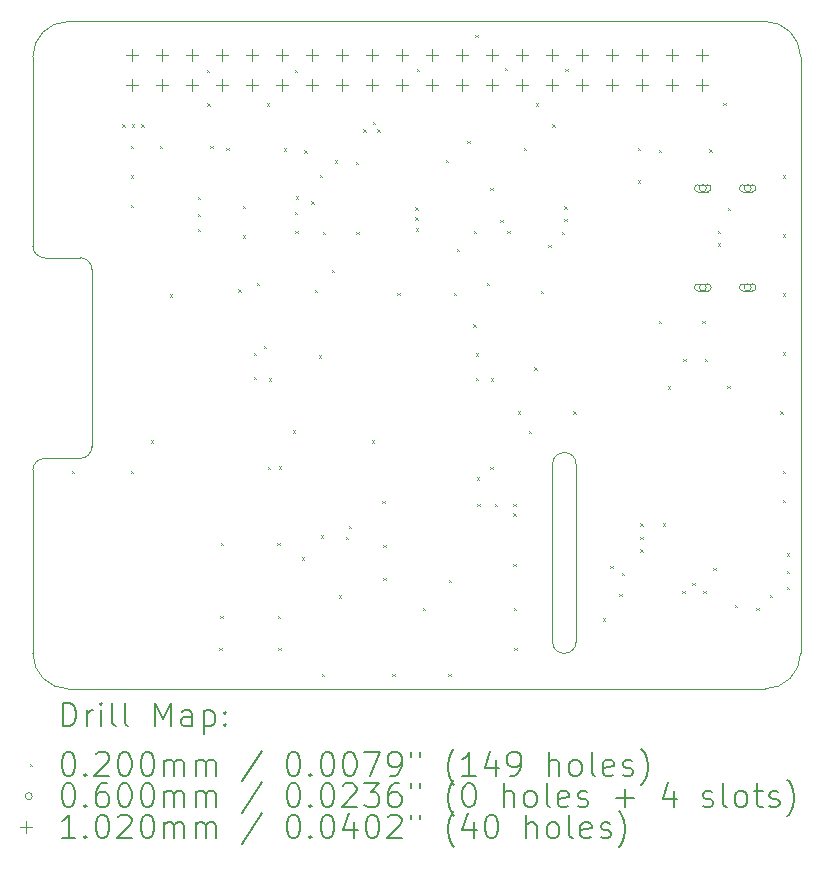
<source format=gbr>
%TF.GenerationSoftware,KiCad,Pcbnew,8.0.9-8.0.9-0~ubuntu24.04.1*%
%TF.CreationDate,2025-06-14T07:54:33+02:00*%
%TF.ProjectId,rpi_power_warden_hat,7270695f-706f-4776-9572-5f7761726465,rev?*%
%TF.SameCoordinates,Original*%
%TF.FileFunction,Drillmap*%
%TF.FilePolarity,Positive*%
%FSLAX45Y45*%
G04 Gerber Fmt 4.5, Leading zero omitted, Abs format (unit mm)*
G04 Created by KiCad (PCBNEW 8.0.9-8.0.9-0~ubuntu24.04.1) date 2025-06-14 07:54:33*
%MOMM*%
%LPD*%
G01*
G04 APERTURE LIST*
%ADD10C,0.100000*%
%ADD11C,0.200000*%
%ADD12C,0.102000*%
G04 APERTURE END LIST*
D10*
X12689560Y-7281700D02*
X12689560Y-8881700D01*
X12689560Y-10781700D02*
X12689560Y-12331700D01*
X12789560Y-8981700D02*
X13089560Y-8981700D01*
X12789560Y-10681700D02*
X13089560Y-10681700D01*
X12989560Y-6981700D02*
X18889560Y-6981700D01*
X12989560Y-12631700D02*
X18889560Y-12631700D01*
X13189560Y-9081700D02*
X13189560Y-10581700D01*
X17089560Y-12231700D02*
X17089560Y-10731700D01*
X17289560Y-12231700D02*
X17289560Y-10731700D01*
X19189560Y-7281700D02*
X19189560Y-12331700D01*
X12689560Y-7281700D02*
G75*
G02*
X12989560Y-6981700I300000J0D01*
G01*
X12689560Y-10781700D02*
G75*
G02*
X12789560Y-10681700I100000J0D01*
G01*
X12789560Y-8981700D02*
G75*
G02*
X12689560Y-8881700I0J100000D01*
G01*
X12989560Y-12631700D02*
G75*
G02*
X12689560Y-12331700I0J300000D01*
G01*
X13089560Y-8981700D02*
G75*
G02*
X13189560Y-9081700I0J-100000D01*
G01*
X13189560Y-10581700D02*
G75*
G02*
X13089560Y-10681700I-100000J0D01*
G01*
X17089560Y-10731700D02*
G75*
G02*
X17289560Y-10731700I100000J0D01*
G01*
X17289560Y-12231700D02*
G75*
G02*
X17089560Y-12231700I-100000J0D01*
G01*
X18889560Y-6981700D02*
G75*
G02*
X19189560Y-7281700I0J-300000D01*
G01*
X19189560Y-12331700D02*
G75*
G02*
X18889560Y-12631700I-300000J0D01*
G01*
D11*
D10*
X13017428Y-10783832D02*
X13037428Y-10803832D01*
X13037428Y-10783832D02*
X13017428Y-10803832D01*
X13447428Y-7853832D02*
X13467428Y-7873832D01*
X13467428Y-7853832D02*
X13447428Y-7873832D01*
X13517428Y-8033832D02*
X13537428Y-8053832D01*
X13537428Y-8033832D02*
X13517428Y-8053832D01*
X13517428Y-8283832D02*
X13537428Y-8303832D01*
X13537428Y-8283832D02*
X13517428Y-8303832D01*
X13517428Y-8533832D02*
X13537428Y-8553832D01*
X13537428Y-8533832D02*
X13517428Y-8553832D01*
X13517428Y-10783832D02*
X13537428Y-10803832D01*
X13537428Y-10783832D02*
X13517428Y-10803832D01*
X13527428Y-7853832D02*
X13547428Y-7873832D01*
X13547428Y-7853832D02*
X13527428Y-7873832D01*
X13607428Y-7853832D02*
X13627428Y-7873832D01*
X13627428Y-7853832D02*
X13607428Y-7873832D01*
X13688108Y-10527272D02*
X13708108Y-10547272D01*
X13708108Y-10527272D02*
X13688108Y-10547272D01*
X13767428Y-8033832D02*
X13787428Y-8053832D01*
X13787428Y-8033832D02*
X13767428Y-8053832D01*
X13852008Y-9292792D02*
X13872008Y-9312792D01*
X13872008Y-9292792D02*
X13852008Y-9312792D01*
X14088228Y-8467292D02*
X14108228Y-8487292D01*
X14108228Y-8467292D02*
X14088228Y-8487292D01*
X14088228Y-8609532D02*
X14108228Y-8629532D01*
X14108228Y-8609532D02*
X14088228Y-8629532D01*
X14088228Y-8739072D02*
X14108228Y-8759072D01*
X14108228Y-8739072D02*
X14088228Y-8759072D01*
X14164428Y-7390332D02*
X14184428Y-7410332D01*
X14184428Y-7390332D02*
X14164428Y-7410332D01*
X14167428Y-7673832D02*
X14187428Y-7693832D01*
X14187428Y-7673832D02*
X14167428Y-7693832D01*
X14192258Y-8034809D02*
X14212258Y-8054809D01*
X14212258Y-8034809D02*
X14192258Y-8054809D01*
X14267428Y-12283832D02*
X14287428Y-12303832D01*
X14287428Y-12283832D02*
X14267428Y-12303832D01*
X14276188Y-12013132D02*
X14296188Y-12033132D01*
X14296188Y-12013132D02*
X14276188Y-12033132D01*
X14281268Y-11393372D02*
X14301268Y-11413372D01*
X14301268Y-11393372D02*
X14281268Y-11413372D01*
X14327428Y-8053832D02*
X14347428Y-8073832D01*
X14347428Y-8053832D02*
X14327428Y-8073832D01*
X14429928Y-9248832D02*
X14449928Y-9268832D01*
X14449928Y-9248832D02*
X14429928Y-9268832D01*
X14467428Y-8543832D02*
X14487428Y-8563832D01*
X14487428Y-8543832D02*
X14467428Y-8563832D01*
X14467428Y-8793832D02*
X14487428Y-8813832D01*
X14487428Y-8793832D02*
X14467428Y-8813832D01*
X14560668Y-9788092D02*
X14580668Y-9808092D01*
X14580668Y-9788092D02*
X14560668Y-9808092D01*
X14563208Y-9991292D02*
X14583208Y-10011292D01*
X14583208Y-9991292D02*
X14563208Y-10011292D01*
X14588414Y-9196316D02*
X14608414Y-9216316D01*
X14608414Y-9196316D02*
X14588414Y-9216316D01*
X14647028Y-9727132D02*
X14667028Y-9747132D01*
X14667028Y-9727132D02*
X14647028Y-9747132D01*
X14673628Y-7673832D02*
X14693628Y-7693832D01*
X14693628Y-7673832D02*
X14673628Y-7693832D01*
X14677508Y-10750752D02*
X14697508Y-10770752D01*
X14697508Y-10750752D02*
X14677508Y-10770752D01*
X14687428Y-10003832D02*
X14707428Y-10023832D01*
X14707428Y-10003832D02*
X14687428Y-10023832D01*
X14761328Y-11393372D02*
X14781328Y-11413372D01*
X14781328Y-11393372D02*
X14761328Y-11413372D01*
X14763868Y-12015672D02*
X14783868Y-12035672D01*
X14783868Y-12015672D02*
X14763868Y-12035672D01*
X14767428Y-12283832D02*
X14787428Y-12303832D01*
X14787428Y-12283832D02*
X14767428Y-12303832D01*
X14774028Y-10748212D02*
X14794028Y-10768212D01*
X14794028Y-10748212D02*
X14774028Y-10768212D01*
X14817208Y-8055812D02*
X14837208Y-8075812D01*
X14837208Y-8055812D02*
X14817208Y-8075812D01*
X14890868Y-10443412D02*
X14910868Y-10463412D01*
X14910868Y-10443412D02*
X14890868Y-10463412D01*
X14907428Y-8593832D02*
X14927428Y-8613832D01*
X14927428Y-8593832D02*
X14907428Y-8613832D01*
X14908648Y-7390332D02*
X14928648Y-7410332D01*
X14928648Y-7390332D02*
X14908648Y-7410332D01*
X14911582Y-8756432D02*
X14931582Y-8776432D01*
X14931582Y-8756432D02*
X14911582Y-8776432D01*
X14918205Y-8463055D02*
X14938205Y-8483055D01*
X14938205Y-8463055D02*
X14918205Y-8483055D01*
X14967266Y-11517769D02*
X14987266Y-11537769D01*
X14987266Y-11517769D02*
X14967266Y-11537769D01*
X14987428Y-8073832D02*
X15007428Y-8093832D01*
X15007428Y-8073832D02*
X14987428Y-8093832D01*
X15047102Y-8503832D02*
X15067102Y-8523832D01*
X15067102Y-8503832D02*
X15047102Y-8523832D01*
X15078828Y-9254692D02*
X15098828Y-9274692D01*
X15098828Y-9254692D02*
X15078828Y-9274692D01*
X15111848Y-9808412D02*
X15131848Y-9828412D01*
X15131848Y-9808412D02*
X15111848Y-9828412D01*
X15122008Y-8281872D02*
X15142008Y-8301872D01*
X15142008Y-8281872D02*
X15122008Y-8301872D01*
X15127428Y-11333832D02*
X15147428Y-11353832D01*
X15147428Y-11333832D02*
X15127428Y-11353832D01*
X15134708Y-12505892D02*
X15154708Y-12525892D01*
X15154708Y-12505892D02*
X15134708Y-12525892D01*
X15144868Y-8761932D02*
X15164868Y-8781932D01*
X15164868Y-8761932D02*
X15144868Y-8781932D01*
X15223608Y-9081972D02*
X15243608Y-9101972D01*
X15243608Y-9081972D02*
X15223608Y-9101972D01*
X15246468Y-8157412D02*
X15266468Y-8177412D01*
X15266468Y-8157412D02*
X15246468Y-8177412D01*
X15279488Y-11840412D02*
X15299488Y-11860412D01*
X15299488Y-11840412D02*
X15279488Y-11860412D01*
X15337428Y-11343832D02*
X15357428Y-11363832D01*
X15357428Y-11343832D02*
X15337428Y-11363832D01*
X15367428Y-11253832D02*
X15387428Y-11273832D01*
X15387428Y-11253832D02*
X15367428Y-11273832D01*
X15424268Y-8167572D02*
X15444268Y-8187572D01*
X15444268Y-8167572D02*
X15424268Y-8187572D01*
X15427428Y-8763832D02*
X15447428Y-8783832D01*
X15447428Y-8763832D02*
X15427428Y-8783832D01*
X15487428Y-7893832D02*
X15507428Y-7913832D01*
X15507428Y-7893832D02*
X15487428Y-7913832D01*
X15562628Y-10527272D02*
X15582628Y-10547272D01*
X15582628Y-10527272D02*
X15562628Y-10547272D01*
X15567428Y-7833832D02*
X15587428Y-7853832D01*
X15587428Y-7833832D02*
X15567428Y-7853832D01*
X15607428Y-7893832D02*
X15627428Y-7913832D01*
X15627428Y-7893832D02*
X15607428Y-7913832D01*
X15650328Y-11040312D02*
X15670328Y-11060312D01*
X15670328Y-11040312D02*
X15650328Y-11060312D01*
X15657428Y-11413832D02*
X15677428Y-11433832D01*
X15677428Y-11413832D02*
X15657428Y-11433832D01*
X15657428Y-11693832D02*
X15677428Y-11713832D01*
X15677428Y-11693832D02*
X15657428Y-11713832D01*
X15734148Y-12503352D02*
X15754148Y-12523352D01*
X15754148Y-12503352D02*
X15734148Y-12523352D01*
X15774788Y-9280092D02*
X15794788Y-9300092D01*
X15794788Y-9280092D02*
X15774788Y-9300092D01*
X15927428Y-8553832D02*
X15947428Y-8573832D01*
X15947428Y-8553832D02*
X15927428Y-8573832D01*
X15929728Y-8640012D02*
X15949728Y-8660012D01*
X15949728Y-8640012D02*
X15929728Y-8660012D01*
X15933078Y-8733832D02*
X15953078Y-8753832D01*
X15953078Y-8733832D02*
X15933078Y-8753832D01*
X15939888Y-7385252D02*
X15959888Y-7405252D01*
X15959888Y-7385252D02*
X15939888Y-7405252D01*
X15990688Y-11944552D02*
X16010688Y-11964552D01*
X16010688Y-11944552D02*
X15990688Y-11964552D01*
X16185343Y-8151943D02*
X16205343Y-8171943D01*
X16205343Y-8151943D02*
X16185343Y-8171943D01*
X16209128Y-12503352D02*
X16229128Y-12523352D01*
X16229128Y-12503352D02*
X16209128Y-12523352D01*
X16214208Y-11710872D02*
X16234208Y-11730872D01*
X16234208Y-11710872D02*
X16214208Y-11730872D01*
X16255363Y-9280362D02*
X16275363Y-9300362D01*
X16275363Y-9280362D02*
X16255363Y-9300362D01*
X16280248Y-8906712D02*
X16300248Y-8926712D01*
X16300248Y-8906712D02*
X16280248Y-8926712D01*
X16367428Y-7993832D02*
X16387428Y-8013832D01*
X16387428Y-7993832D02*
X16367428Y-8013832D01*
X16419948Y-9545212D02*
X16439948Y-9565212D01*
X16439948Y-9545212D02*
X16419948Y-9565212D01*
X16425238Y-8753212D02*
X16445238Y-8773212D01*
X16445238Y-8753212D02*
X16425238Y-8773212D01*
X16437428Y-7093832D02*
X16457428Y-7113832D01*
X16457428Y-7093832D02*
X16437428Y-7113832D01*
X16440268Y-9790632D02*
X16460268Y-9810632D01*
X16460268Y-9790632D02*
X16440268Y-9810632D01*
X16440268Y-9998912D02*
X16460268Y-10018912D01*
X16460268Y-9998912D02*
X16440268Y-10018912D01*
X16450428Y-10842192D02*
X16470428Y-10862192D01*
X16470428Y-10842192D02*
X16450428Y-10862192D01*
X16452968Y-11065712D02*
X16472968Y-11085712D01*
X16472968Y-11065712D02*
X16452968Y-11085712D01*
X16531708Y-9196812D02*
X16551708Y-9216812D01*
X16551708Y-9196812D02*
X16531708Y-9216812D01*
X16564728Y-8388552D02*
X16584728Y-8408552D01*
X16584728Y-8388552D02*
X16564728Y-8408552D01*
X16564728Y-10753292D02*
X16584728Y-10773292D01*
X16584728Y-10753292D02*
X16564728Y-10773292D01*
X16567428Y-10004237D02*
X16587428Y-10024237D01*
X16587428Y-10004237D02*
X16567428Y-10024237D01*
X16602828Y-11068252D02*
X16622828Y-11088252D01*
X16622828Y-11068252D02*
X16602828Y-11088252D01*
X16648548Y-8660332D02*
X16668548Y-8680332D01*
X16668548Y-8660332D02*
X16648548Y-8680332D01*
X16687428Y-7373832D02*
X16707428Y-7393832D01*
X16707428Y-7373832D02*
X16687428Y-7393832D01*
X16707428Y-8753832D02*
X16727428Y-8773832D01*
X16727428Y-8753832D02*
X16707428Y-8773832D01*
X16757768Y-11068252D02*
X16777768Y-11088252D01*
X16777768Y-11068252D02*
X16757768Y-11088252D01*
X16757768Y-11146992D02*
X16777768Y-11166992D01*
X16777768Y-11146992D02*
X16757768Y-11166992D01*
X16757768Y-11576252D02*
X16777768Y-11596252D01*
X16777768Y-11576252D02*
X16757768Y-11596252D01*
X16764078Y-11948402D02*
X16784078Y-11968402D01*
X16784078Y-11948402D02*
X16764078Y-11968402D01*
X16767428Y-12283832D02*
X16787428Y-12303832D01*
X16787428Y-12283832D02*
X16767428Y-12303832D01*
X16795868Y-10283392D02*
X16815868Y-10303392D01*
X16815868Y-10283392D02*
X16795868Y-10303392D01*
X16847428Y-8053832D02*
X16867428Y-8073832D01*
X16867428Y-8053832D02*
X16847428Y-8073832D01*
X16887308Y-10445952D02*
X16907308Y-10465952D01*
X16907308Y-10445952D02*
X16887308Y-10465952D01*
X16935568Y-9910012D02*
X16955568Y-9930012D01*
X16955568Y-9910012D02*
X16935568Y-9930012D01*
X16947428Y-7673832D02*
X16967428Y-7693832D01*
X16967428Y-7673832D02*
X16947428Y-7693832D01*
X16988908Y-9262312D02*
X17008908Y-9282312D01*
X17008908Y-9262312D02*
X16988908Y-9282312D01*
X17054498Y-8875192D02*
X17074498Y-8895192D01*
X17074498Y-8875192D02*
X17054498Y-8895192D01*
X17087428Y-7853832D02*
X17107428Y-7873832D01*
X17107428Y-7853832D02*
X17087428Y-7873832D01*
X17169129Y-8764314D02*
X17189129Y-8784314D01*
X17189129Y-8764314D02*
X17169129Y-8784314D01*
X17189568Y-8546032D02*
X17209568Y-8566032D01*
X17209568Y-8546032D02*
X17189568Y-8566032D01*
X17189568Y-8652712D02*
X17209568Y-8672712D01*
X17209568Y-8652712D02*
X17189568Y-8672712D01*
X17199728Y-7382712D02*
X17219728Y-7402712D01*
X17219728Y-7382712D02*
X17199728Y-7402712D01*
X17267428Y-10283832D02*
X17287428Y-10303832D01*
X17287428Y-10283832D02*
X17267428Y-10303832D01*
X17517428Y-12033832D02*
X17537428Y-12053832D01*
X17537428Y-12033832D02*
X17517428Y-12053832D01*
X17578188Y-11588952D02*
X17598188Y-11608952D01*
X17598188Y-11588952D02*
X17578188Y-11608952D01*
X17656928Y-11830252D02*
X17676928Y-11850252D01*
X17676928Y-11830252D02*
X17656928Y-11850252D01*
X17674708Y-11647372D02*
X17694708Y-11667372D01*
X17694708Y-11647372D02*
X17674708Y-11667372D01*
X17811868Y-8050732D02*
X17831868Y-8070732D01*
X17831868Y-8050732D02*
X17811868Y-8070732D01*
X17811868Y-8327592D02*
X17831868Y-8347592D01*
X17831868Y-8327592D02*
X17811868Y-8347592D01*
X17832188Y-11230812D02*
X17852188Y-11250812D01*
X17852188Y-11230812D02*
X17832188Y-11250812D01*
X17832188Y-11342572D02*
X17852188Y-11362572D01*
X17852188Y-11342572D02*
X17832188Y-11362572D01*
X17832188Y-11451792D02*
X17852188Y-11471792D01*
X17852188Y-11451792D02*
X17832188Y-11471792D01*
X17992428Y-8068832D02*
X18012428Y-8088832D01*
X18012428Y-8068832D02*
X17992428Y-8088832D01*
X17992428Y-9518832D02*
X18012428Y-9538832D01*
X18012428Y-9518832D02*
X17992428Y-9538832D01*
X18025228Y-11230812D02*
X18045228Y-11250812D01*
X18045228Y-11230812D02*
X18025228Y-11250812D01*
X18065868Y-10070032D02*
X18085868Y-10090032D01*
X18085868Y-10070032D02*
X18065868Y-10090032D01*
X18190328Y-11802312D02*
X18210328Y-11822312D01*
X18210328Y-11802312D02*
X18190328Y-11822312D01*
X18197948Y-9838892D02*
X18217948Y-9858892D01*
X18217948Y-9838892D02*
X18197948Y-9858892D01*
X18274148Y-11733732D02*
X18294148Y-11753732D01*
X18294148Y-11733732D02*
X18274148Y-11753732D01*
X18357428Y-9513832D02*
X18377428Y-9533832D01*
X18377428Y-9513832D02*
X18357428Y-9533832D01*
X18365588Y-11799772D02*
X18385588Y-11819772D01*
X18385588Y-11799772D02*
X18365588Y-11819772D01*
X18378288Y-9838892D02*
X18398288Y-9858892D01*
X18398288Y-9838892D02*
X18378288Y-9858892D01*
X18418928Y-8063432D02*
X18438928Y-8083432D01*
X18438928Y-8063432D02*
X18418928Y-8083432D01*
X18451948Y-11606732D02*
X18471948Y-11626732D01*
X18471948Y-11606732D02*
X18451948Y-11626732D01*
X18490000Y-8753832D02*
X18510000Y-8773832D01*
X18510000Y-8753832D02*
X18490000Y-8773832D01*
X18490000Y-8858832D02*
X18510000Y-8878832D01*
X18510000Y-8858832D02*
X18490000Y-8878832D01*
X18535768Y-7672272D02*
X18555768Y-7692272D01*
X18555768Y-7672272D02*
X18535768Y-7692272D01*
X18571328Y-10067492D02*
X18591328Y-10087492D01*
X18591328Y-10067492D02*
X18571328Y-10087492D01*
X18572428Y-8558832D02*
X18592428Y-8578832D01*
X18592428Y-8558832D02*
X18572428Y-8578832D01*
X18632288Y-11919152D02*
X18652288Y-11939152D01*
X18652288Y-11919152D02*
X18632288Y-11939152D01*
X18815687Y-11947410D02*
X18835687Y-11967410D01*
X18835687Y-11947410D02*
X18815687Y-11967410D01*
X18930318Y-11836532D02*
X18950318Y-11856532D01*
X18950318Y-11836532D02*
X18930318Y-11856532D01*
X19017428Y-10283832D02*
X19037428Y-10303832D01*
X19037428Y-10283832D02*
X19017428Y-10303832D01*
X19037428Y-8283832D02*
X19057428Y-8303832D01*
X19057428Y-8283832D02*
X19037428Y-8303832D01*
X19037428Y-8783832D02*
X19057428Y-8803832D01*
X19057428Y-8783832D02*
X19037428Y-8803832D01*
X19037428Y-9283832D02*
X19057428Y-9303832D01*
X19057428Y-9283832D02*
X19037428Y-9303832D01*
X19037428Y-9783832D02*
X19057428Y-9803832D01*
X19057428Y-9783832D02*
X19037428Y-9803832D01*
X19037428Y-10783832D02*
X19057428Y-10803832D01*
X19057428Y-10783832D02*
X19037428Y-10803832D01*
X19037428Y-11033832D02*
X19057428Y-11053832D01*
X19057428Y-11033832D02*
X19037428Y-11053832D01*
X19071708Y-11484812D02*
X19091708Y-11504812D01*
X19091708Y-11484812D02*
X19071708Y-11504812D01*
X19071708Y-11632132D02*
X19091708Y-11652132D01*
X19091708Y-11632132D02*
X19071708Y-11652132D01*
X19074248Y-11769292D02*
X19094248Y-11789292D01*
X19094248Y-11769292D02*
X19074248Y-11789292D01*
X18392428Y-8393832D02*
G75*
G02*
X18332428Y-8393832I-30000J0D01*
G01*
X18332428Y-8393832D02*
G75*
G02*
X18392428Y-8393832I30000J0D01*
G01*
X18322428Y-8423832D02*
X18402428Y-8423832D01*
X18402428Y-8363832D02*
G75*
G02*
X18402428Y-8423832I0J-30000D01*
G01*
X18402428Y-8363832D02*
X18322428Y-8363832D01*
X18322428Y-8363832D02*
G75*
G03*
X18322428Y-8423832I0J-30000D01*
G01*
X18392428Y-9233832D02*
G75*
G02*
X18332428Y-9233832I-30000J0D01*
G01*
X18332428Y-9233832D02*
G75*
G02*
X18392428Y-9233832I30000J0D01*
G01*
X18322428Y-9263832D02*
X18402428Y-9263832D01*
X18402428Y-9203832D02*
G75*
G02*
X18402428Y-9263832I0J-30000D01*
G01*
X18402428Y-9203832D02*
X18322428Y-9203832D01*
X18322428Y-9203832D02*
G75*
G03*
X18322428Y-9263832I0J-30000D01*
G01*
X18772428Y-8393832D02*
G75*
G02*
X18712428Y-8393832I-30000J0D01*
G01*
X18712428Y-8393832D02*
G75*
G02*
X18772428Y-8393832I30000J0D01*
G01*
X18702428Y-8423832D02*
X18782428Y-8423832D01*
X18782428Y-8363832D02*
G75*
G02*
X18782428Y-8423832I0J-30000D01*
G01*
X18782428Y-8363832D02*
X18702428Y-8363832D01*
X18702428Y-8363832D02*
G75*
G03*
X18702428Y-8423832I0J-30000D01*
G01*
X18772428Y-9233832D02*
G75*
G02*
X18712428Y-9233832I-30000J0D01*
G01*
X18712428Y-9233832D02*
G75*
G02*
X18772428Y-9233832I30000J0D01*
G01*
X18702428Y-9263832D02*
X18782428Y-9263832D01*
X18782428Y-9203832D02*
G75*
G02*
X18782428Y-9263832I0J-30000D01*
G01*
X18782428Y-9203832D02*
X18702428Y-9203832D01*
X18702428Y-9203832D02*
G75*
G03*
X18702428Y-9263832I0J-30000D01*
G01*
D12*
X13529560Y-7214500D02*
X13529560Y-7316500D01*
X13478560Y-7265500D02*
X13580560Y-7265500D01*
X13529560Y-7468500D02*
X13529560Y-7570500D01*
X13478560Y-7519500D02*
X13580560Y-7519500D01*
X13783560Y-7214500D02*
X13783560Y-7316500D01*
X13732560Y-7265500D02*
X13834560Y-7265500D01*
X13783560Y-7468500D02*
X13783560Y-7570500D01*
X13732560Y-7519500D02*
X13834560Y-7519500D01*
X14037560Y-7214500D02*
X14037560Y-7316500D01*
X13986560Y-7265500D02*
X14088560Y-7265500D01*
X14037560Y-7468500D02*
X14037560Y-7570500D01*
X13986560Y-7519500D02*
X14088560Y-7519500D01*
X14291560Y-7214500D02*
X14291560Y-7316500D01*
X14240560Y-7265500D02*
X14342560Y-7265500D01*
X14291560Y-7468500D02*
X14291560Y-7570500D01*
X14240560Y-7519500D02*
X14342560Y-7519500D01*
X14545560Y-7214500D02*
X14545560Y-7316500D01*
X14494560Y-7265500D02*
X14596560Y-7265500D01*
X14545560Y-7468500D02*
X14545560Y-7570500D01*
X14494560Y-7519500D02*
X14596560Y-7519500D01*
X14799560Y-7214500D02*
X14799560Y-7316500D01*
X14748560Y-7265500D02*
X14850560Y-7265500D01*
X14799560Y-7468500D02*
X14799560Y-7570500D01*
X14748560Y-7519500D02*
X14850560Y-7519500D01*
X15053560Y-7214500D02*
X15053560Y-7316500D01*
X15002560Y-7265500D02*
X15104560Y-7265500D01*
X15053560Y-7468500D02*
X15053560Y-7570500D01*
X15002560Y-7519500D02*
X15104560Y-7519500D01*
X15307560Y-7214500D02*
X15307560Y-7316500D01*
X15256560Y-7265500D02*
X15358560Y-7265500D01*
X15307560Y-7468500D02*
X15307560Y-7570500D01*
X15256560Y-7519500D02*
X15358560Y-7519500D01*
X15561560Y-7214500D02*
X15561560Y-7316500D01*
X15510560Y-7265500D02*
X15612560Y-7265500D01*
X15561560Y-7468500D02*
X15561560Y-7570500D01*
X15510560Y-7519500D02*
X15612560Y-7519500D01*
X15815560Y-7214500D02*
X15815560Y-7316500D01*
X15764560Y-7265500D02*
X15866560Y-7265500D01*
X15815560Y-7468500D02*
X15815560Y-7570500D01*
X15764560Y-7519500D02*
X15866560Y-7519500D01*
X16069560Y-7214500D02*
X16069560Y-7316500D01*
X16018560Y-7265500D02*
X16120560Y-7265500D01*
X16069560Y-7468500D02*
X16069560Y-7570500D01*
X16018560Y-7519500D02*
X16120560Y-7519500D01*
X16323560Y-7214500D02*
X16323560Y-7316500D01*
X16272560Y-7265500D02*
X16374560Y-7265500D01*
X16323560Y-7468500D02*
X16323560Y-7570500D01*
X16272560Y-7519500D02*
X16374560Y-7519500D01*
X16577560Y-7214500D02*
X16577560Y-7316500D01*
X16526560Y-7265500D02*
X16628560Y-7265500D01*
X16577560Y-7468500D02*
X16577560Y-7570500D01*
X16526560Y-7519500D02*
X16628560Y-7519500D01*
X16831560Y-7214500D02*
X16831560Y-7316500D01*
X16780560Y-7265500D02*
X16882560Y-7265500D01*
X16831560Y-7468500D02*
X16831560Y-7570500D01*
X16780560Y-7519500D02*
X16882560Y-7519500D01*
X17085560Y-7214500D02*
X17085560Y-7316500D01*
X17034560Y-7265500D02*
X17136560Y-7265500D01*
X17085560Y-7468500D02*
X17085560Y-7570500D01*
X17034560Y-7519500D02*
X17136560Y-7519500D01*
X17339560Y-7214500D02*
X17339560Y-7316500D01*
X17288560Y-7265500D02*
X17390560Y-7265500D01*
X17339560Y-7468500D02*
X17339560Y-7570500D01*
X17288560Y-7519500D02*
X17390560Y-7519500D01*
X17593560Y-7214500D02*
X17593560Y-7316500D01*
X17542560Y-7265500D02*
X17644560Y-7265500D01*
X17593560Y-7468500D02*
X17593560Y-7570500D01*
X17542560Y-7519500D02*
X17644560Y-7519500D01*
X17847560Y-7214500D02*
X17847560Y-7316500D01*
X17796560Y-7265500D02*
X17898560Y-7265500D01*
X17847560Y-7468500D02*
X17847560Y-7570500D01*
X17796560Y-7519500D02*
X17898560Y-7519500D01*
X18101560Y-7214500D02*
X18101560Y-7316500D01*
X18050560Y-7265500D02*
X18152560Y-7265500D01*
X18101560Y-7468500D02*
X18101560Y-7570500D01*
X18050560Y-7519500D02*
X18152560Y-7519500D01*
X18355560Y-7214500D02*
X18355560Y-7316500D01*
X18304560Y-7265500D02*
X18406560Y-7265500D01*
X18355560Y-7468500D02*
X18355560Y-7570500D01*
X18304560Y-7519500D02*
X18406560Y-7519500D01*
D11*
X12945337Y-12948184D02*
X12945337Y-12748184D01*
X12945337Y-12748184D02*
X12992956Y-12748184D01*
X12992956Y-12748184D02*
X13021527Y-12757708D01*
X13021527Y-12757708D02*
X13040575Y-12776755D01*
X13040575Y-12776755D02*
X13050099Y-12795803D01*
X13050099Y-12795803D02*
X13059622Y-12833898D01*
X13059622Y-12833898D02*
X13059622Y-12862470D01*
X13059622Y-12862470D02*
X13050099Y-12900565D01*
X13050099Y-12900565D02*
X13040575Y-12919612D01*
X13040575Y-12919612D02*
X13021527Y-12938660D01*
X13021527Y-12938660D02*
X12992956Y-12948184D01*
X12992956Y-12948184D02*
X12945337Y-12948184D01*
X13145337Y-12948184D02*
X13145337Y-12814850D01*
X13145337Y-12852946D02*
X13154860Y-12833898D01*
X13154860Y-12833898D02*
X13164384Y-12824374D01*
X13164384Y-12824374D02*
X13183432Y-12814850D01*
X13183432Y-12814850D02*
X13202480Y-12814850D01*
X13269146Y-12948184D02*
X13269146Y-12814850D01*
X13269146Y-12748184D02*
X13259622Y-12757708D01*
X13259622Y-12757708D02*
X13269146Y-12767231D01*
X13269146Y-12767231D02*
X13278670Y-12757708D01*
X13278670Y-12757708D02*
X13269146Y-12748184D01*
X13269146Y-12748184D02*
X13269146Y-12767231D01*
X13392956Y-12948184D02*
X13373908Y-12938660D01*
X13373908Y-12938660D02*
X13364384Y-12919612D01*
X13364384Y-12919612D02*
X13364384Y-12748184D01*
X13497718Y-12948184D02*
X13478670Y-12938660D01*
X13478670Y-12938660D02*
X13469146Y-12919612D01*
X13469146Y-12919612D02*
X13469146Y-12748184D01*
X13726289Y-12948184D02*
X13726289Y-12748184D01*
X13726289Y-12748184D02*
X13792956Y-12891041D01*
X13792956Y-12891041D02*
X13859622Y-12748184D01*
X13859622Y-12748184D02*
X13859622Y-12948184D01*
X14040575Y-12948184D02*
X14040575Y-12843422D01*
X14040575Y-12843422D02*
X14031051Y-12824374D01*
X14031051Y-12824374D02*
X14012003Y-12814850D01*
X14012003Y-12814850D02*
X13973908Y-12814850D01*
X13973908Y-12814850D02*
X13954860Y-12824374D01*
X14040575Y-12938660D02*
X14021527Y-12948184D01*
X14021527Y-12948184D02*
X13973908Y-12948184D01*
X13973908Y-12948184D02*
X13954860Y-12938660D01*
X13954860Y-12938660D02*
X13945337Y-12919612D01*
X13945337Y-12919612D02*
X13945337Y-12900565D01*
X13945337Y-12900565D02*
X13954860Y-12881517D01*
X13954860Y-12881517D02*
X13973908Y-12871993D01*
X13973908Y-12871993D02*
X14021527Y-12871993D01*
X14021527Y-12871993D02*
X14040575Y-12862470D01*
X14135813Y-12814850D02*
X14135813Y-13014850D01*
X14135813Y-12824374D02*
X14154860Y-12814850D01*
X14154860Y-12814850D02*
X14192956Y-12814850D01*
X14192956Y-12814850D02*
X14212003Y-12824374D01*
X14212003Y-12824374D02*
X14221527Y-12833898D01*
X14221527Y-12833898D02*
X14231051Y-12852946D01*
X14231051Y-12852946D02*
X14231051Y-12910089D01*
X14231051Y-12910089D02*
X14221527Y-12929136D01*
X14221527Y-12929136D02*
X14212003Y-12938660D01*
X14212003Y-12938660D02*
X14192956Y-12948184D01*
X14192956Y-12948184D02*
X14154860Y-12948184D01*
X14154860Y-12948184D02*
X14135813Y-12938660D01*
X14316765Y-12929136D02*
X14326289Y-12938660D01*
X14326289Y-12938660D02*
X14316765Y-12948184D01*
X14316765Y-12948184D02*
X14307241Y-12938660D01*
X14307241Y-12938660D02*
X14316765Y-12929136D01*
X14316765Y-12929136D02*
X14316765Y-12948184D01*
X14316765Y-12824374D02*
X14326289Y-12833898D01*
X14326289Y-12833898D02*
X14316765Y-12843422D01*
X14316765Y-12843422D02*
X14307241Y-12833898D01*
X14307241Y-12833898D02*
X14316765Y-12824374D01*
X14316765Y-12824374D02*
X14316765Y-12843422D01*
D10*
X12664560Y-13266700D02*
X12684560Y-13286700D01*
X12684560Y-13266700D02*
X12664560Y-13286700D01*
D11*
X12983432Y-13168184D02*
X13002480Y-13168184D01*
X13002480Y-13168184D02*
X13021527Y-13177708D01*
X13021527Y-13177708D02*
X13031051Y-13187231D01*
X13031051Y-13187231D02*
X13040575Y-13206279D01*
X13040575Y-13206279D02*
X13050099Y-13244374D01*
X13050099Y-13244374D02*
X13050099Y-13291993D01*
X13050099Y-13291993D02*
X13040575Y-13330089D01*
X13040575Y-13330089D02*
X13031051Y-13349136D01*
X13031051Y-13349136D02*
X13021527Y-13358660D01*
X13021527Y-13358660D02*
X13002480Y-13368184D01*
X13002480Y-13368184D02*
X12983432Y-13368184D01*
X12983432Y-13368184D02*
X12964384Y-13358660D01*
X12964384Y-13358660D02*
X12954860Y-13349136D01*
X12954860Y-13349136D02*
X12945337Y-13330089D01*
X12945337Y-13330089D02*
X12935813Y-13291993D01*
X12935813Y-13291993D02*
X12935813Y-13244374D01*
X12935813Y-13244374D02*
X12945337Y-13206279D01*
X12945337Y-13206279D02*
X12954860Y-13187231D01*
X12954860Y-13187231D02*
X12964384Y-13177708D01*
X12964384Y-13177708D02*
X12983432Y-13168184D01*
X13135813Y-13349136D02*
X13145337Y-13358660D01*
X13145337Y-13358660D02*
X13135813Y-13368184D01*
X13135813Y-13368184D02*
X13126289Y-13358660D01*
X13126289Y-13358660D02*
X13135813Y-13349136D01*
X13135813Y-13349136D02*
X13135813Y-13368184D01*
X13221527Y-13187231D02*
X13231051Y-13177708D01*
X13231051Y-13177708D02*
X13250099Y-13168184D01*
X13250099Y-13168184D02*
X13297718Y-13168184D01*
X13297718Y-13168184D02*
X13316765Y-13177708D01*
X13316765Y-13177708D02*
X13326289Y-13187231D01*
X13326289Y-13187231D02*
X13335813Y-13206279D01*
X13335813Y-13206279D02*
X13335813Y-13225327D01*
X13335813Y-13225327D02*
X13326289Y-13253898D01*
X13326289Y-13253898D02*
X13212003Y-13368184D01*
X13212003Y-13368184D02*
X13335813Y-13368184D01*
X13459622Y-13168184D02*
X13478670Y-13168184D01*
X13478670Y-13168184D02*
X13497718Y-13177708D01*
X13497718Y-13177708D02*
X13507241Y-13187231D01*
X13507241Y-13187231D02*
X13516765Y-13206279D01*
X13516765Y-13206279D02*
X13526289Y-13244374D01*
X13526289Y-13244374D02*
X13526289Y-13291993D01*
X13526289Y-13291993D02*
X13516765Y-13330089D01*
X13516765Y-13330089D02*
X13507241Y-13349136D01*
X13507241Y-13349136D02*
X13497718Y-13358660D01*
X13497718Y-13358660D02*
X13478670Y-13368184D01*
X13478670Y-13368184D02*
X13459622Y-13368184D01*
X13459622Y-13368184D02*
X13440575Y-13358660D01*
X13440575Y-13358660D02*
X13431051Y-13349136D01*
X13431051Y-13349136D02*
X13421527Y-13330089D01*
X13421527Y-13330089D02*
X13412003Y-13291993D01*
X13412003Y-13291993D02*
X13412003Y-13244374D01*
X13412003Y-13244374D02*
X13421527Y-13206279D01*
X13421527Y-13206279D02*
X13431051Y-13187231D01*
X13431051Y-13187231D02*
X13440575Y-13177708D01*
X13440575Y-13177708D02*
X13459622Y-13168184D01*
X13650099Y-13168184D02*
X13669146Y-13168184D01*
X13669146Y-13168184D02*
X13688194Y-13177708D01*
X13688194Y-13177708D02*
X13697718Y-13187231D01*
X13697718Y-13187231D02*
X13707241Y-13206279D01*
X13707241Y-13206279D02*
X13716765Y-13244374D01*
X13716765Y-13244374D02*
X13716765Y-13291993D01*
X13716765Y-13291993D02*
X13707241Y-13330089D01*
X13707241Y-13330089D02*
X13697718Y-13349136D01*
X13697718Y-13349136D02*
X13688194Y-13358660D01*
X13688194Y-13358660D02*
X13669146Y-13368184D01*
X13669146Y-13368184D02*
X13650099Y-13368184D01*
X13650099Y-13368184D02*
X13631051Y-13358660D01*
X13631051Y-13358660D02*
X13621527Y-13349136D01*
X13621527Y-13349136D02*
X13612003Y-13330089D01*
X13612003Y-13330089D02*
X13602480Y-13291993D01*
X13602480Y-13291993D02*
X13602480Y-13244374D01*
X13602480Y-13244374D02*
X13612003Y-13206279D01*
X13612003Y-13206279D02*
X13621527Y-13187231D01*
X13621527Y-13187231D02*
X13631051Y-13177708D01*
X13631051Y-13177708D02*
X13650099Y-13168184D01*
X13802480Y-13368184D02*
X13802480Y-13234850D01*
X13802480Y-13253898D02*
X13812003Y-13244374D01*
X13812003Y-13244374D02*
X13831051Y-13234850D01*
X13831051Y-13234850D02*
X13859622Y-13234850D01*
X13859622Y-13234850D02*
X13878670Y-13244374D01*
X13878670Y-13244374D02*
X13888194Y-13263422D01*
X13888194Y-13263422D02*
X13888194Y-13368184D01*
X13888194Y-13263422D02*
X13897718Y-13244374D01*
X13897718Y-13244374D02*
X13916765Y-13234850D01*
X13916765Y-13234850D02*
X13945337Y-13234850D01*
X13945337Y-13234850D02*
X13964384Y-13244374D01*
X13964384Y-13244374D02*
X13973908Y-13263422D01*
X13973908Y-13263422D02*
X13973908Y-13368184D01*
X14069146Y-13368184D02*
X14069146Y-13234850D01*
X14069146Y-13253898D02*
X14078670Y-13244374D01*
X14078670Y-13244374D02*
X14097718Y-13234850D01*
X14097718Y-13234850D02*
X14126289Y-13234850D01*
X14126289Y-13234850D02*
X14145337Y-13244374D01*
X14145337Y-13244374D02*
X14154861Y-13263422D01*
X14154861Y-13263422D02*
X14154861Y-13368184D01*
X14154861Y-13263422D02*
X14164384Y-13244374D01*
X14164384Y-13244374D02*
X14183432Y-13234850D01*
X14183432Y-13234850D02*
X14212003Y-13234850D01*
X14212003Y-13234850D02*
X14231051Y-13244374D01*
X14231051Y-13244374D02*
X14240575Y-13263422D01*
X14240575Y-13263422D02*
X14240575Y-13368184D01*
X14631051Y-13158660D02*
X14459623Y-13415803D01*
X14888194Y-13168184D02*
X14907242Y-13168184D01*
X14907242Y-13168184D02*
X14926289Y-13177708D01*
X14926289Y-13177708D02*
X14935813Y-13187231D01*
X14935813Y-13187231D02*
X14945337Y-13206279D01*
X14945337Y-13206279D02*
X14954861Y-13244374D01*
X14954861Y-13244374D02*
X14954861Y-13291993D01*
X14954861Y-13291993D02*
X14945337Y-13330089D01*
X14945337Y-13330089D02*
X14935813Y-13349136D01*
X14935813Y-13349136D02*
X14926289Y-13358660D01*
X14926289Y-13358660D02*
X14907242Y-13368184D01*
X14907242Y-13368184D02*
X14888194Y-13368184D01*
X14888194Y-13368184D02*
X14869146Y-13358660D01*
X14869146Y-13358660D02*
X14859623Y-13349136D01*
X14859623Y-13349136D02*
X14850099Y-13330089D01*
X14850099Y-13330089D02*
X14840575Y-13291993D01*
X14840575Y-13291993D02*
X14840575Y-13244374D01*
X14840575Y-13244374D02*
X14850099Y-13206279D01*
X14850099Y-13206279D02*
X14859623Y-13187231D01*
X14859623Y-13187231D02*
X14869146Y-13177708D01*
X14869146Y-13177708D02*
X14888194Y-13168184D01*
X15040575Y-13349136D02*
X15050099Y-13358660D01*
X15050099Y-13358660D02*
X15040575Y-13368184D01*
X15040575Y-13368184D02*
X15031051Y-13358660D01*
X15031051Y-13358660D02*
X15040575Y-13349136D01*
X15040575Y-13349136D02*
X15040575Y-13368184D01*
X15173908Y-13168184D02*
X15192956Y-13168184D01*
X15192956Y-13168184D02*
X15212004Y-13177708D01*
X15212004Y-13177708D02*
X15221527Y-13187231D01*
X15221527Y-13187231D02*
X15231051Y-13206279D01*
X15231051Y-13206279D02*
X15240575Y-13244374D01*
X15240575Y-13244374D02*
X15240575Y-13291993D01*
X15240575Y-13291993D02*
X15231051Y-13330089D01*
X15231051Y-13330089D02*
X15221527Y-13349136D01*
X15221527Y-13349136D02*
X15212004Y-13358660D01*
X15212004Y-13358660D02*
X15192956Y-13368184D01*
X15192956Y-13368184D02*
X15173908Y-13368184D01*
X15173908Y-13368184D02*
X15154861Y-13358660D01*
X15154861Y-13358660D02*
X15145337Y-13349136D01*
X15145337Y-13349136D02*
X15135813Y-13330089D01*
X15135813Y-13330089D02*
X15126289Y-13291993D01*
X15126289Y-13291993D02*
X15126289Y-13244374D01*
X15126289Y-13244374D02*
X15135813Y-13206279D01*
X15135813Y-13206279D02*
X15145337Y-13187231D01*
X15145337Y-13187231D02*
X15154861Y-13177708D01*
X15154861Y-13177708D02*
X15173908Y-13168184D01*
X15364384Y-13168184D02*
X15383432Y-13168184D01*
X15383432Y-13168184D02*
X15402480Y-13177708D01*
X15402480Y-13177708D02*
X15412004Y-13187231D01*
X15412004Y-13187231D02*
X15421527Y-13206279D01*
X15421527Y-13206279D02*
X15431051Y-13244374D01*
X15431051Y-13244374D02*
X15431051Y-13291993D01*
X15431051Y-13291993D02*
X15421527Y-13330089D01*
X15421527Y-13330089D02*
X15412004Y-13349136D01*
X15412004Y-13349136D02*
X15402480Y-13358660D01*
X15402480Y-13358660D02*
X15383432Y-13368184D01*
X15383432Y-13368184D02*
X15364384Y-13368184D01*
X15364384Y-13368184D02*
X15345337Y-13358660D01*
X15345337Y-13358660D02*
X15335813Y-13349136D01*
X15335813Y-13349136D02*
X15326289Y-13330089D01*
X15326289Y-13330089D02*
X15316765Y-13291993D01*
X15316765Y-13291993D02*
X15316765Y-13244374D01*
X15316765Y-13244374D02*
X15326289Y-13206279D01*
X15326289Y-13206279D02*
X15335813Y-13187231D01*
X15335813Y-13187231D02*
X15345337Y-13177708D01*
X15345337Y-13177708D02*
X15364384Y-13168184D01*
X15497718Y-13168184D02*
X15631051Y-13168184D01*
X15631051Y-13168184D02*
X15545337Y-13368184D01*
X15716765Y-13368184D02*
X15754861Y-13368184D01*
X15754861Y-13368184D02*
X15773908Y-13358660D01*
X15773908Y-13358660D02*
X15783432Y-13349136D01*
X15783432Y-13349136D02*
X15802480Y-13320565D01*
X15802480Y-13320565D02*
X15812004Y-13282470D01*
X15812004Y-13282470D02*
X15812004Y-13206279D01*
X15812004Y-13206279D02*
X15802480Y-13187231D01*
X15802480Y-13187231D02*
X15792956Y-13177708D01*
X15792956Y-13177708D02*
X15773908Y-13168184D01*
X15773908Y-13168184D02*
X15735813Y-13168184D01*
X15735813Y-13168184D02*
X15716765Y-13177708D01*
X15716765Y-13177708D02*
X15707242Y-13187231D01*
X15707242Y-13187231D02*
X15697718Y-13206279D01*
X15697718Y-13206279D02*
X15697718Y-13253898D01*
X15697718Y-13253898D02*
X15707242Y-13272946D01*
X15707242Y-13272946D02*
X15716765Y-13282470D01*
X15716765Y-13282470D02*
X15735813Y-13291993D01*
X15735813Y-13291993D02*
X15773908Y-13291993D01*
X15773908Y-13291993D02*
X15792956Y-13282470D01*
X15792956Y-13282470D02*
X15802480Y-13272946D01*
X15802480Y-13272946D02*
X15812004Y-13253898D01*
X15888194Y-13168184D02*
X15888194Y-13206279D01*
X15964385Y-13168184D02*
X15964385Y-13206279D01*
X16259623Y-13444374D02*
X16250099Y-13434850D01*
X16250099Y-13434850D02*
X16231051Y-13406279D01*
X16231051Y-13406279D02*
X16221527Y-13387231D01*
X16221527Y-13387231D02*
X16212004Y-13358660D01*
X16212004Y-13358660D02*
X16202480Y-13311041D01*
X16202480Y-13311041D02*
X16202480Y-13272946D01*
X16202480Y-13272946D02*
X16212004Y-13225327D01*
X16212004Y-13225327D02*
X16221527Y-13196755D01*
X16221527Y-13196755D02*
X16231051Y-13177708D01*
X16231051Y-13177708D02*
X16250099Y-13149136D01*
X16250099Y-13149136D02*
X16259623Y-13139612D01*
X16440575Y-13368184D02*
X16326289Y-13368184D01*
X16383432Y-13368184D02*
X16383432Y-13168184D01*
X16383432Y-13168184D02*
X16364385Y-13196755D01*
X16364385Y-13196755D02*
X16345337Y-13215803D01*
X16345337Y-13215803D02*
X16326289Y-13225327D01*
X16612004Y-13234850D02*
X16612004Y-13368184D01*
X16564385Y-13158660D02*
X16516766Y-13301517D01*
X16516766Y-13301517D02*
X16640575Y-13301517D01*
X16726289Y-13368184D02*
X16764385Y-13368184D01*
X16764385Y-13368184D02*
X16783432Y-13358660D01*
X16783432Y-13358660D02*
X16792956Y-13349136D01*
X16792956Y-13349136D02*
X16812004Y-13320565D01*
X16812004Y-13320565D02*
X16821528Y-13282470D01*
X16821528Y-13282470D02*
X16821528Y-13206279D01*
X16821528Y-13206279D02*
X16812004Y-13187231D01*
X16812004Y-13187231D02*
X16802480Y-13177708D01*
X16802480Y-13177708D02*
X16783432Y-13168184D01*
X16783432Y-13168184D02*
X16745337Y-13168184D01*
X16745337Y-13168184D02*
X16726289Y-13177708D01*
X16726289Y-13177708D02*
X16716766Y-13187231D01*
X16716766Y-13187231D02*
X16707242Y-13206279D01*
X16707242Y-13206279D02*
X16707242Y-13253898D01*
X16707242Y-13253898D02*
X16716766Y-13272946D01*
X16716766Y-13272946D02*
X16726289Y-13282470D01*
X16726289Y-13282470D02*
X16745337Y-13291993D01*
X16745337Y-13291993D02*
X16783432Y-13291993D01*
X16783432Y-13291993D02*
X16802480Y-13282470D01*
X16802480Y-13282470D02*
X16812004Y-13272946D01*
X16812004Y-13272946D02*
X16821528Y-13253898D01*
X17059623Y-13368184D02*
X17059623Y-13168184D01*
X17145337Y-13368184D02*
X17145337Y-13263422D01*
X17145337Y-13263422D02*
X17135813Y-13244374D01*
X17135813Y-13244374D02*
X17116766Y-13234850D01*
X17116766Y-13234850D02*
X17088194Y-13234850D01*
X17088194Y-13234850D02*
X17069147Y-13244374D01*
X17069147Y-13244374D02*
X17059623Y-13253898D01*
X17269147Y-13368184D02*
X17250099Y-13358660D01*
X17250099Y-13358660D02*
X17240575Y-13349136D01*
X17240575Y-13349136D02*
X17231051Y-13330089D01*
X17231051Y-13330089D02*
X17231051Y-13272946D01*
X17231051Y-13272946D02*
X17240575Y-13253898D01*
X17240575Y-13253898D02*
X17250099Y-13244374D01*
X17250099Y-13244374D02*
X17269147Y-13234850D01*
X17269147Y-13234850D02*
X17297718Y-13234850D01*
X17297718Y-13234850D02*
X17316766Y-13244374D01*
X17316766Y-13244374D02*
X17326290Y-13253898D01*
X17326290Y-13253898D02*
X17335813Y-13272946D01*
X17335813Y-13272946D02*
X17335813Y-13330089D01*
X17335813Y-13330089D02*
X17326290Y-13349136D01*
X17326290Y-13349136D02*
X17316766Y-13358660D01*
X17316766Y-13358660D02*
X17297718Y-13368184D01*
X17297718Y-13368184D02*
X17269147Y-13368184D01*
X17450099Y-13368184D02*
X17431051Y-13358660D01*
X17431051Y-13358660D02*
X17421528Y-13339612D01*
X17421528Y-13339612D02*
X17421528Y-13168184D01*
X17602480Y-13358660D02*
X17583432Y-13368184D01*
X17583432Y-13368184D02*
X17545337Y-13368184D01*
X17545337Y-13368184D02*
X17526290Y-13358660D01*
X17526290Y-13358660D02*
X17516766Y-13339612D01*
X17516766Y-13339612D02*
X17516766Y-13263422D01*
X17516766Y-13263422D02*
X17526290Y-13244374D01*
X17526290Y-13244374D02*
X17545337Y-13234850D01*
X17545337Y-13234850D02*
X17583432Y-13234850D01*
X17583432Y-13234850D02*
X17602480Y-13244374D01*
X17602480Y-13244374D02*
X17612004Y-13263422D01*
X17612004Y-13263422D02*
X17612004Y-13282470D01*
X17612004Y-13282470D02*
X17516766Y-13301517D01*
X17688194Y-13358660D02*
X17707242Y-13368184D01*
X17707242Y-13368184D02*
X17745337Y-13368184D01*
X17745337Y-13368184D02*
X17764385Y-13358660D01*
X17764385Y-13358660D02*
X17773909Y-13339612D01*
X17773909Y-13339612D02*
X17773909Y-13330089D01*
X17773909Y-13330089D02*
X17764385Y-13311041D01*
X17764385Y-13311041D02*
X17745337Y-13301517D01*
X17745337Y-13301517D02*
X17716766Y-13301517D01*
X17716766Y-13301517D02*
X17697718Y-13291993D01*
X17697718Y-13291993D02*
X17688194Y-13272946D01*
X17688194Y-13272946D02*
X17688194Y-13263422D01*
X17688194Y-13263422D02*
X17697718Y-13244374D01*
X17697718Y-13244374D02*
X17716766Y-13234850D01*
X17716766Y-13234850D02*
X17745337Y-13234850D01*
X17745337Y-13234850D02*
X17764385Y-13244374D01*
X17840575Y-13444374D02*
X17850099Y-13434850D01*
X17850099Y-13434850D02*
X17869147Y-13406279D01*
X17869147Y-13406279D02*
X17878671Y-13387231D01*
X17878671Y-13387231D02*
X17888194Y-13358660D01*
X17888194Y-13358660D02*
X17897718Y-13311041D01*
X17897718Y-13311041D02*
X17897718Y-13272946D01*
X17897718Y-13272946D02*
X17888194Y-13225327D01*
X17888194Y-13225327D02*
X17878671Y-13196755D01*
X17878671Y-13196755D02*
X17869147Y-13177708D01*
X17869147Y-13177708D02*
X17850099Y-13149136D01*
X17850099Y-13149136D02*
X17840575Y-13139612D01*
D10*
X12684560Y-13540700D02*
G75*
G02*
X12624560Y-13540700I-30000J0D01*
G01*
X12624560Y-13540700D02*
G75*
G02*
X12684560Y-13540700I30000J0D01*
G01*
D11*
X12983432Y-13432184D02*
X13002480Y-13432184D01*
X13002480Y-13432184D02*
X13021527Y-13441708D01*
X13021527Y-13441708D02*
X13031051Y-13451231D01*
X13031051Y-13451231D02*
X13040575Y-13470279D01*
X13040575Y-13470279D02*
X13050099Y-13508374D01*
X13050099Y-13508374D02*
X13050099Y-13555993D01*
X13050099Y-13555993D02*
X13040575Y-13594089D01*
X13040575Y-13594089D02*
X13031051Y-13613136D01*
X13031051Y-13613136D02*
X13021527Y-13622660D01*
X13021527Y-13622660D02*
X13002480Y-13632184D01*
X13002480Y-13632184D02*
X12983432Y-13632184D01*
X12983432Y-13632184D02*
X12964384Y-13622660D01*
X12964384Y-13622660D02*
X12954860Y-13613136D01*
X12954860Y-13613136D02*
X12945337Y-13594089D01*
X12945337Y-13594089D02*
X12935813Y-13555993D01*
X12935813Y-13555993D02*
X12935813Y-13508374D01*
X12935813Y-13508374D02*
X12945337Y-13470279D01*
X12945337Y-13470279D02*
X12954860Y-13451231D01*
X12954860Y-13451231D02*
X12964384Y-13441708D01*
X12964384Y-13441708D02*
X12983432Y-13432184D01*
X13135813Y-13613136D02*
X13145337Y-13622660D01*
X13145337Y-13622660D02*
X13135813Y-13632184D01*
X13135813Y-13632184D02*
X13126289Y-13622660D01*
X13126289Y-13622660D02*
X13135813Y-13613136D01*
X13135813Y-13613136D02*
X13135813Y-13632184D01*
X13316765Y-13432184D02*
X13278670Y-13432184D01*
X13278670Y-13432184D02*
X13259622Y-13441708D01*
X13259622Y-13441708D02*
X13250099Y-13451231D01*
X13250099Y-13451231D02*
X13231051Y-13479803D01*
X13231051Y-13479803D02*
X13221527Y-13517898D01*
X13221527Y-13517898D02*
X13221527Y-13594089D01*
X13221527Y-13594089D02*
X13231051Y-13613136D01*
X13231051Y-13613136D02*
X13240575Y-13622660D01*
X13240575Y-13622660D02*
X13259622Y-13632184D01*
X13259622Y-13632184D02*
X13297718Y-13632184D01*
X13297718Y-13632184D02*
X13316765Y-13622660D01*
X13316765Y-13622660D02*
X13326289Y-13613136D01*
X13326289Y-13613136D02*
X13335813Y-13594089D01*
X13335813Y-13594089D02*
X13335813Y-13546470D01*
X13335813Y-13546470D02*
X13326289Y-13527422D01*
X13326289Y-13527422D02*
X13316765Y-13517898D01*
X13316765Y-13517898D02*
X13297718Y-13508374D01*
X13297718Y-13508374D02*
X13259622Y-13508374D01*
X13259622Y-13508374D02*
X13240575Y-13517898D01*
X13240575Y-13517898D02*
X13231051Y-13527422D01*
X13231051Y-13527422D02*
X13221527Y-13546470D01*
X13459622Y-13432184D02*
X13478670Y-13432184D01*
X13478670Y-13432184D02*
X13497718Y-13441708D01*
X13497718Y-13441708D02*
X13507241Y-13451231D01*
X13507241Y-13451231D02*
X13516765Y-13470279D01*
X13516765Y-13470279D02*
X13526289Y-13508374D01*
X13526289Y-13508374D02*
X13526289Y-13555993D01*
X13526289Y-13555993D02*
X13516765Y-13594089D01*
X13516765Y-13594089D02*
X13507241Y-13613136D01*
X13507241Y-13613136D02*
X13497718Y-13622660D01*
X13497718Y-13622660D02*
X13478670Y-13632184D01*
X13478670Y-13632184D02*
X13459622Y-13632184D01*
X13459622Y-13632184D02*
X13440575Y-13622660D01*
X13440575Y-13622660D02*
X13431051Y-13613136D01*
X13431051Y-13613136D02*
X13421527Y-13594089D01*
X13421527Y-13594089D02*
X13412003Y-13555993D01*
X13412003Y-13555993D02*
X13412003Y-13508374D01*
X13412003Y-13508374D02*
X13421527Y-13470279D01*
X13421527Y-13470279D02*
X13431051Y-13451231D01*
X13431051Y-13451231D02*
X13440575Y-13441708D01*
X13440575Y-13441708D02*
X13459622Y-13432184D01*
X13650099Y-13432184D02*
X13669146Y-13432184D01*
X13669146Y-13432184D02*
X13688194Y-13441708D01*
X13688194Y-13441708D02*
X13697718Y-13451231D01*
X13697718Y-13451231D02*
X13707241Y-13470279D01*
X13707241Y-13470279D02*
X13716765Y-13508374D01*
X13716765Y-13508374D02*
X13716765Y-13555993D01*
X13716765Y-13555993D02*
X13707241Y-13594089D01*
X13707241Y-13594089D02*
X13697718Y-13613136D01*
X13697718Y-13613136D02*
X13688194Y-13622660D01*
X13688194Y-13622660D02*
X13669146Y-13632184D01*
X13669146Y-13632184D02*
X13650099Y-13632184D01*
X13650099Y-13632184D02*
X13631051Y-13622660D01*
X13631051Y-13622660D02*
X13621527Y-13613136D01*
X13621527Y-13613136D02*
X13612003Y-13594089D01*
X13612003Y-13594089D02*
X13602480Y-13555993D01*
X13602480Y-13555993D02*
X13602480Y-13508374D01*
X13602480Y-13508374D02*
X13612003Y-13470279D01*
X13612003Y-13470279D02*
X13621527Y-13451231D01*
X13621527Y-13451231D02*
X13631051Y-13441708D01*
X13631051Y-13441708D02*
X13650099Y-13432184D01*
X13802480Y-13632184D02*
X13802480Y-13498850D01*
X13802480Y-13517898D02*
X13812003Y-13508374D01*
X13812003Y-13508374D02*
X13831051Y-13498850D01*
X13831051Y-13498850D02*
X13859622Y-13498850D01*
X13859622Y-13498850D02*
X13878670Y-13508374D01*
X13878670Y-13508374D02*
X13888194Y-13527422D01*
X13888194Y-13527422D02*
X13888194Y-13632184D01*
X13888194Y-13527422D02*
X13897718Y-13508374D01*
X13897718Y-13508374D02*
X13916765Y-13498850D01*
X13916765Y-13498850D02*
X13945337Y-13498850D01*
X13945337Y-13498850D02*
X13964384Y-13508374D01*
X13964384Y-13508374D02*
X13973908Y-13527422D01*
X13973908Y-13527422D02*
X13973908Y-13632184D01*
X14069146Y-13632184D02*
X14069146Y-13498850D01*
X14069146Y-13517898D02*
X14078670Y-13508374D01*
X14078670Y-13508374D02*
X14097718Y-13498850D01*
X14097718Y-13498850D02*
X14126289Y-13498850D01*
X14126289Y-13498850D02*
X14145337Y-13508374D01*
X14145337Y-13508374D02*
X14154861Y-13527422D01*
X14154861Y-13527422D02*
X14154861Y-13632184D01*
X14154861Y-13527422D02*
X14164384Y-13508374D01*
X14164384Y-13508374D02*
X14183432Y-13498850D01*
X14183432Y-13498850D02*
X14212003Y-13498850D01*
X14212003Y-13498850D02*
X14231051Y-13508374D01*
X14231051Y-13508374D02*
X14240575Y-13527422D01*
X14240575Y-13527422D02*
X14240575Y-13632184D01*
X14631051Y-13422660D02*
X14459623Y-13679803D01*
X14888194Y-13432184D02*
X14907242Y-13432184D01*
X14907242Y-13432184D02*
X14926289Y-13441708D01*
X14926289Y-13441708D02*
X14935813Y-13451231D01*
X14935813Y-13451231D02*
X14945337Y-13470279D01*
X14945337Y-13470279D02*
X14954861Y-13508374D01*
X14954861Y-13508374D02*
X14954861Y-13555993D01*
X14954861Y-13555993D02*
X14945337Y-13594089D01*
X14945337Y-13594089D02*
X14935813Y-13613136D01*
X14935813Y-13613136D02*
X14926289Y-13622660D01*
X14926289Y-13622660D02*
X14907242Y-13632184D01*
X14907242Y-13632184D02*
X14888194Y-13632184D01*
X14888194Y-13632184D02*
X14869146Y-13622660D01*
X14869146Y-13622660D02*
X14859623Y-13613136D01*
X14859623Y-13613136D02*
X14850099Y-13594089D01*
X14850099Y-13594089D02*
X14840575Y-13555993D01*
X14840575Y-13555993D02*
X14840575Y-13508374D01*
X14840575Y-13508374D02*
X14850099Y-13470279D01*
X14850099Y-13470279D02*
X14859623Y-13451231D01*
X14859623Y-13451231D02*
X14869146Y-13441708D01*
X14869146Y-13441708D02*
X14888194Y-13432184D01*
X15040575Y-13613136D02*
X15050099Y-13622660D01*
X15050099Y-13622660D02*
X15040575Y-13632184D01*
X15040575Y-13632184D02*
X15031051Y-13622660D01*
X15031051Y-13622660D02*
X15040575Y-13613136D01*
X15040575Y-13613136D02*
X15040575Y-13632184D01*
X15173908Y-13432184D02*
X15192956Y-13432184D01*
X15192956Y-13432184D02*
X15212004Y-13441708D01*
X15212004Y-13441708D02*
X15221527Y-13451231D01*
X15221527Y-13451231D02*
X15231051Y-13470279D01*
X15231051Y-13470279D02*
X15240575Y-13508374D01*
X15240575Y-13508374D02*
X15240575Y-13555993D01*
X15240575Y-13555993D02*
X15231051Y-13594089D01*
X15231051Y-13594089D02*
X15221527Y-13613136D01*
X15221527Y-13613136D02*
X15212004Y-13622660D01*
X15212004Y-13622660D02*
X15192956Y-13632184D01*
X15192956Y-13632184D02*
X15173908Y-13632184D01*
X15173908Y-13632184D02*
X15154861Y-13622660D01*
X15154861Y-13622660D02*
X15145337Y-13613136D01*
X15145337Y-13613136D02*
X15135813Y-13594089D01*
X15135813Y-13594089D02*
X15126289Y-13555993D01*
X15126289Y-13555993D02*
X15126289Y-13508374D01*
X15126289Y-13508374D02*
X15135813Y-13470279D01*
X15135813Y-13470279D02*
X15145337Y-13451231D01*
X15145337Y-13451231D02*
X15154861Y-13441708D01*
X15154861Y-13441708D02*
X15173908Y-13432184D01*
X15316765Y-13451231D02*
X15326289Y-13441708D01*
X15326289Y-13441708D02*
X15345337Y-13432184D01*
X15345337Y-13432184D02*
X15392956Y-13432184D01*
X15392956Y-13432184D02*
X15412004Y-13441708D01*
X15412004Y-13441708D02*
X15421527Y-13451231D01*
X15421527Y-13451231D02*
X15431051Y-13470279D01*
X15431051Y-13470279D02*
X15431051Y-13489327D01*
X15431051Y-13489327D02*
X15421527Y-13517898D01*
X15421527Y-13517898D02*
X15307242Y-13632184D01*
X15307242Y-13632184D02*
X15431051Y-13632184D01*
X15497718Y-13432184D02*
X15621527Y-13432184D01*
X15621527Y-13432184D02*
X15554861Y-13508374D01*
X15554861Y-13508374D02*
X15583432Y-13508374D01*
X15583432Y-13508374D02*
X15602480Y-13517898D01*
X15602480Y-13517898D02*
X15612004Y-13527422D01*
X15612004Y-13527422D02*
X15621527Y-13546470D01*
X15621527Y-13546470D02*
X15621527Y-13594089D01*
X15621527Y-13594089D02*
X15612004Y-13613136D01*
X15612004Y-13613136D02*
X15602480Y-13622660D01*
X15602480Y-13622660D02*
X15583432Y-13632184D01*
X15583432Y-13632184D02*
X15526289Y-13632184D01*
X15526289Y-13632184D02*
X15507242Y-13622660D01*
X15507242Y-13622660D02*
X15497718Y-13613136D01*
X15792956Y-13432184D02*
X15754861Y-13432184D01*
X15754861Y-13432184D02*
X15735813Y-13441708D01*
X15735813Y-13441708D02*
X15726289Y-13451231D01*
X15726289Y-13451231D02*
X15707242Y-13479803D01*
X15707242Y-13479803D02*
X15697718Y-13517898D01*
X15697718Y-13517898D02*
X15697718Y-13594089D01*
X15697718Y-13594089D02*
X15707242Y-13613136D01*
X15707242Y-13613136D02*
X15716765Y-13622660D01*
X15716765Y-13622660D02*
X15735813Y-13632184D01*
X15735813Y-13632184D02*
X15773908Y-13632184D01*
X15773908Y-13632184D02*
X15792956Y-13622660D01*
X15792956Y-13622660D02*
X15802480Y-13613136D01*
X15802480Y-13613136D02*
X15812004Y-13594089D01*
X15812004Y-13594089D02*
X15812004Y-13546470D01*
X15812004Y-13546470D02*
X15802480Y-13527422D01*
X15802480Y-13527422D02*
X15792956Y-13517898D01*
X15792956Y-13517898D02*
X15773908Y-13508374D01*
X15773908Y-13508374D02*
X15735813Y-13508374D01*
X15735813Y-13508374D02*
X15716765Y-13517898D01*
X15716765Y-13517898D02*
X15707242Y-13527422D01*
X15707242Y-13527422D02*
X15697718Y-13546470D01*
X15888194Y-13432184D02*
X15888194Y-13470279D01*
X15964385Y-13432184D02*
X15964385Y-13470279D01*
X16259623Y-13708374D02*
X16250099Y-13698850D01*
X16250099Y-13698850D02*
X16231051Y-13670279D01*
X16231051Y-13670279D02*
X16221527Y-13651231D01*
X16221527Y-13651231D02*
X16212004Y-13622660D01*
X16212004Y-13622660D02*
X16202480Y-13575041D01*
X16202480Y-13575041D02*
X16202480Y-13536946D01*
X16202480Y-13536946D02*
X16212004Y-13489327D01*
X16212004Y-13489327D02*
X16221527Y-13460755D01*
X16221527Y-13460755D02*
X16231051Y-13441708D01*
X16231051Y-13441708D02*
X16250099Y-13413136D01*
X16250099Y-13413136D02*
X16259623Y-13403612D01*
X16373908Y-13432184D02*
X16392956Y-13432184D01*
X16392956Y-13432184D02*
X16412004Y-13441708D01*
X16412004Y-13441708D02*
X16421527Y-13451231D01*
X16421527Y-13451231D02*
X16431051Y-13470279D01*
X16431051Y-13470279D02*
X16440575Y-13508374D01*
X16440575Y-13508374D02*
X16440575Y-13555993D01*
X16440575Y-13555993D02*
X16431051Y-13594089D01*
X16431051Y-13594089D02*
X16421527Y-13613136D01*
X16421527Y-13613136D02*
X16412004Y-13622660D01*
X16412004Y-13622660D02*
X16392956Y-13632184D01*
X16392956Y-13632184D02*
X16373908Y-13632184D01*
X16373908Y-13632184D02*
X16354861Y-13622660D01*
X16354861Y-13622660D02*
X16345337Y-13613136D01*
X16345337Y-13613136D02*
X16335813Y-13594089D01*
X16335813Y-13594089D02*
X16326289Y-13555993D01*
X16326289Y-13555993D02*
X16326289Y-13508374D01*
X16326289Y-13508374D02*
X16335813Y-13470279D01*
X16335813Y-13470279D02*
X16345337Y-13451231D01*
X16345337Y-13451231D02*
X16354861Y-13441708D01*
X16354861Y-13441708D02*
X16373908Y-13432184D01*
X16678670Y-13632184D02*
X16678670Y-13432184D01*
X16764385Y-13632184D02*
X16764385Y-13527422D01*
X16764385Y-13527422D02*
X16754861Y-13508374D01*
X16754861Y-13508374D02*
X16735813Y-13498850D01*
X16735813Y-13498850D02*
X16707242Y-13498850D01*
X16707242Y-13498850D02*
X16688194Y-13508374D01*
X16688194Y-13508374D02*
X16678670Y-13517898D01*
X16888194Y-13632184D02*
X16869147Y-13622660D01*
X16869147Y-13622660D02*
X16859623Y-13613136D01*
X16859623Y-13613136D02*
X16850099Y-13594089D01*
X16850099Y-13594089D02*
X16850099Y-13536946D01*
X16850099Y-13536946D02*
X16859623Y-13517898D01*
X16859623Y-13517898D02*
X16869147Y-13508374D01*
X16869147Y-13508374D02*
X16888194Y-13498850D01*
X16888194Y-13498850D02*
X16916766Y-13498850D01*
X16916766Y-13498850D02*
X16935813Y-13508374D01*
X16935813Y-13508374D02*
X16945337Y-13517898D01*
X16945337Y-13517898D02*
X16954861Y-13536946D01*
X16954861Y-13536946D02*
X16954861Y-13594089D01*
X16954861Y-13594089D02*
X16945337Y-13613136D01*
X16945337Y-13613136D02*
X16935813Y-13622660D01*
X16935813Y-13622660D02*
X16916766Y-13632184D01*
X16916766Y-13632184D02*
X16888194Y-13632184D01*
X17069147Y-13632184D02*
X17050099Y-13622660D01*
X17050099Y-13622660D02*
X17040575Y-13603612D01*
X17040575Y-13603612D02*
X17040575Y-13432184D01*
X17221528Y-13622660D02*
X17202480Y-13632184D01*
X17202480Y-13632184D02*
X17164385Y-13632184D01*
X17164385Y-13632184D02*
X17145337Y-13622660D01*
X17145337Y-13622660D02*
X17135813Y-13603612D01*
X17135813Y-13603612D02*
X17135813Y-13527422D01*
X17135813Y-13527422D02*
X17145337Y-13508374D01*
X17145337Y-13508374D02*
X17164385Y-13498850D01*
X17164385Y-13498850D02*
X17202480Y-13498850D01*
X17202480Y-13498850D02*
X17221528Y-13508374D01*
X17221528Y-13508374D02*
X17231051Y-13527422D01*
X17231051Y-13527422D02*
X17231051Y-13546470D01*
X17231051Y-13546470D02*
X17135813Y-13565517D01*
X17307242Y-13622660D02*
X17326290Y-13632184D01*
X17326290Y-13632184D02*
X17364385Y-13632184D01*
X17364385Y-13632184D02*
X17383432Y-13622660D01*
X17383432Y-13622660D02*
X17392956Y-13603612D01*
X17392956Y-13603612D02*
X17392956Y-13594089D01*
X17392956Y-13594089D02*
X17383432Y-13575041D01*
X17383432Y-13575041D02*
X17364385Y-13565517D01*
X17364385Y-13565517D02*
X17335813Y-13565517D01*
X17335813Y-13565517D02*
X17316766Y-13555993D01*
X17316766Y-13555993D02*
X17307242Y-13536946D01*
X17307242Y-13536946D02*
X17307242Y-13527422D01*
X17307242Y-13527422D02*
X17316766Y-13508374D01*
X17316766Y-13508374D02*
X17335813Y-13498850D01*
X17335813Y-13498850D02*
X17364385Y-13498850D01*
X17364385Y-13498850D02*
X17383432Y-13508374D01*
X17631052Y-13555993D02*
X17783433Y-13555993D01*
X17707242Y-13632184D02*
X17707242Y-13479803D01*
X18116766Y-13498850D02*
X18116766Y-13632184D01*
X18069147Y-13422660D02*
X18021528Y-13565517D01*
X18021528Y-13565517D02*
X18145337Y-13565517D01*
X18364385Y-13622660D02*
X18383433Y-13632184D01*
X18383433Y-13632184D02*
X18421528Y-13632184D01*
X18421528Y-13632184D02*
X18440575Y-13622660D01*
X18440575Y-13622660D02*
X18450099Y-13603612D01*
X18450099Y-13603612D02*
X18450099Y-13594089D01*
X18450099Y-13594089D02*
X18440575Y-13575041D01*
X18440575Y-13575041D02*
X18421528Y-13565517D01*
X18421528Y-13565517D02*
X18392956Y-13565517D01*
X18392956Y-13565517D02*
X18373909Y-13555993D01*
X18373909Y-13555993D02*
X18364385Y-13536946D01*
X18364385Y-13536946D02*
X18364385Y-13527422D01*
X18364385Y-13527422D02*
X18373909Y-13508374D01*
X18373909Y-13508374D02*
X18392956Y-13498850D01*
X18392956Y-13498850D02*
X18421528Y-13498850D01*
X18421528Y-13498850D02*
X18440575Y-13508374D01*
X18564385Y-13632184D02*
X18545337Y-13622660D01*
X18545337Y-13622660D02*
X18535814Y-13603612D01*
X18535814Y-13603612D02*
X18535814Y-13432184D01*
X18669147Y-13632184D02*
X18650099Y-13622660D01*
X18650099Y-13622660D02*
X18640575Y-13613136D01*
X18640575Y-13613136D02*
X18631052Y-13594089D01*
X18631052Y-13594089D02*
X18631052Y-13536946D01*
X18631052Y-13536946D02*
X18640575Y-13517898D01*
X18640575Y-13517898D02*
X18650099Y-13508374D01*
X18650099Y-13508374D02*
X18669147Y-13498850D01*
X18669147Y-13498850D02*
X18697718Y-13498850D01*
X18697718Y-13498850D02*
X18716766Y-13508374D01*
X18716766Y-13508374D02*
X18726290Y-13517898D01*
X18726290Y-13517898D02*
X18735814Y-13536946D01*
X18735814Y-13536946D02*
X18735814Y-13594089D01*
X18735814Y-13594089D02*
X18726290Y-13613136D01*
X18726290Y-13613136D02*
X18716766Y-13622660D01*
X18716766Y-13622660D02*
X18697718Y-13632184D01*
X18697718Y-13632184D02*
X18669147Y-13632184D01*
X18792956Y-13498850D02*
X18869147Y-13498850D01*
X18821528Y-13432184D02*
X18821528Y-13603612D01*
X18821528Y-13603612D02*
X18831052Y-13622660D01*
X18831052Y-13622660D02*
X18850099Y-13632184D01*
X18850099Y-13632184D02*
X18869147Y-13632184D01*
X18926290Y-13622660D02*
X18945337Y-13632184D01*
X18945337Y-13632184D02*
X18983433Y-13632184D01*
X18983433Y-13632184D02*
X19002480Y-13622660D01*
X19002480Y-13622660D02*
X19012004Y-13603612D01*
X19012004Y-13603612D02*
X19012004Y-13594089D01*
X19012004Y-13594089D02*
X19002480Y-13575041D01*
X19002480Y-13575041D02*
X18983433Y-13565517D01*
X18983433Y-13565517D02*
X18954861Y-13565517D01*
X18954861Y-13565517D02*
X18935814Y-13555993D01*
X18935814Y-13555993D02*
X18926290Y-13536946D01*
X18926290Y-13536946D02*
X18926290Y-13527422D01*
X18926290Y-13527422D02*
X18935814Y-13508374D01*
X18935814Y-13508374D02*
X18954861Y-13498850D01*
X18954861Y-13498850D02*
X18983433Y-13498850D01*
X18983433Y-13498850D02*
X19002480Y-13508374D01*
X19078671Y-13708374D02*
X19088195Y-13698850D01*
X19088195Y-13698850D02*
X19107242Y-13670279D01*
X19107242Y-13670279D02*
X19116766Y-13651231D01*
X19116766Y-13651231D02*
X19126290Y-13622660D01*
X19126290Y-13622660D02*
X19135814Y-13575041D01*
X19135814Y-13575041D02*
X19135814Y-13536946D01*
X19135814Y-13536946D02*
X19126290Y-13489327D01*
X19126290Y-13489327D02*
X19116766Y-13460755D01*
X19116766Y-13460755D02*
X19107242Y-13441708D01*
X19107242Y-13441708D02*
X19088195Y-13413136D01*
X19088195Y-13413136D02*
X19078671Y-13403612D01*
D12*
X12633560Y-13753700D02*
X12633560Y-13855700D01*
X12582560Y-13804700D02*
X12684560Y-13804700D01*
D11*
X13050099Y-13896184D02*
X12935813Y-13896184D01*
X12992956Y-13896184D02*
X12992956Y-13696184D01*
X12992956Y-13696184D02*
X12973908Y-13724755D01*
X12973908Y-13724755D02*
X12954860Y-13743803D01*
X12954860Y-13743803D02*
X12935813Y-13753327D01*
X13135813Y-13877136D02*
X13145337Y-13886660D01*
X13145337Y-13886660D02*
X13135813Y-13896184D01*
X13135813Y-13896184D02*
X13126289Y-13886660D01*
X13126289Y-13886660D02*
X13135813Y-13877136D01*
X13135813Y-13877136D02*
X13135813Y-13896184D01*
X13269146Y-13696184D02*
X13288194Y-13696184D01*
X13288194Y-13696184D02*
X13307241Y-13705708D01*
X13307241Y-13705708D02*
X13316765Y-13715231D01*
X13316765Y-13715231D02*
X13326289Y-13734279D01*
X13326289Y-13734279D02*
X13335813Y-13772374D01*
X13335813Y-13772374D02*
X13335813Y-13819993D01*
X13335813Y-13819993D02*
X13326289Y-13858089D01*
X13326289Y-13858089D02*
X13316765Y-13877136D01*
X13316765Y-13877136D02*
X13307241Y-13886660D01*
X13307241Y-13886660D02*
X13288194Y-13896184D01*
X13288194Y-13896184D02*
X13269146Y-13896184D01*
X13269146Y-13896184D02*
X13250099Y-13886660D01*
X13250099Y-13886660D02*
X13240575Y-13877136D01*
X13240575Y-13877136D02*
X13231051Y-13858089D01*
X13231051Y-13858089D02*
X13221527Y-13819993D01*
X13221527Y-13819993D02*
X13221527Y-13772374D01*
X13221527Y-13772374D02*
X13231051Y-13734279D01*
X13231051Y-13734279D02*
X13240575Y-13715231D01*
X13240575Y-13715231D02*
X13250099Y-13705708D01*
X13250099Y-13705708D02*
X13269146Y-13696184D01*
X13412003Y-13715231D02*
X13421527Y-13705708D01*
X13421527Y-13705708D02*
X13440575Y-13696184D01*
X13440575Y-13696184D02*
X13488194Y-13696184D01*
X13488194Y-13696184D02*
X13507241Y-13705708D01*
X13507241Y-13705708D02*
X13516765Y-13715231D01*
X13516765Y-13715231D02*
X13526289Y-13734279D01*
X13526289Y-13734279D02*
X13526289Y-13753327D01*
X13526289Y-13753327D02*
X13516765Y-13781898D01*
X13516765Y-13781898D02*
X13402480Y-13896184D01*
X13402480Y-13896184D02*
X13526289Y-13896184D01*
X13650099Y-13696184D02*
X13669146Y-13696184D01*
X13669146Y-13696184D02*
X13688194Y-13705708D01*
X13688194Y-13705708D02*
X13697718Y-13715231D01*
X13697718Y-13715231D02*
X13707241Y-13734279D01*
X13707241Y-13734279D02*
X13716765Y-13772374D01*
X13716765Y-13772374D02*
X13716765Y-13819993D01*
X13716765Y-13819993D02*
X13707241Y-13858089D01*
X13707241Y-13858089D02*
X13697718Y-13877136D01*
X13697718Y-13877136D02*
X13688194Y-13886660D01*
X13688194Y-13886660D02*
X13669146Y-13896184D01*
X13669146Y-13896184D02*
X13650099Y-13896184D01*
X13650099Y-13896184D02*
X13631051Y-13886660D01*
X13631051Y-13886660D02*
X13621527Y-13877136D01*
X13621527Y-13877136D02*
X13612003Y-13858089D01*
X13612003Y-13858089D02*
X13602480Y-13819993D01*
X13602480Y-13819993D02*
X13602480Y-13772374D01*
X13602480Y-13772374D02*
X13612003Y-13734279D01*
X13612003Y-13734279D02*
X13621527Y-13715231D01*
X13621527Y-13715231D02*
X13631051Y-13705708D01*
X13631051Y-13705708D02*
X13650099Y-13696184D01*
X13802480Y-13896184D02*
X13802480Y-13762850D01*
X13802480Y-13781898D02*
X13812003Y-13772374D01*
X13812003Y-13772374D02*
X13831051Y-13762850D01*
X13831051Y-13762850D02*
X13859622Y-13762850D01*
X13859622Y-13762850D02*
X13878670Y-13772374D01*
X13878670Y-13772374D02*
X13888194Y-13791422D01*
X13888194Y-13791422D02*
X13888194Y-13896184D01*
X13888194Y-13791422D02*
X13897718Y-13772374D01*
X13897718Y-13772374D02*
X13916765Y-13762850D01*
X13916765Y-13762850D02*
X13945337Y-13762850D01*
X13945337Y-13762850D02*
X13964384Y-13772374D01*
X13964384Y-13772374D02*
X13973908Y-13791422D01*
X13973908Y-13791422D02*
X13973908Y-13896184D01*
X14069146Y-13896184D02*
X14069146Y-13762850D01*
X14069146Y-13781898D02*
X14078670Y-13772374D01*
X14078670Y-13772374D02*
X14097718Y-13762850D01*
X14097718Y-13762850D02*
X14126289Y-13762850D01*
X14126289Y-13762850D02*
X14145337Y-13772374D01*
X14145337Y-13772374D02*
X14154861Y-13791422D01*
X14154861Y-13791422D02*
X14154861Y-13896184D01*
X14154861Y-13791422D02*
X14164384Y-13772374D01*
X14164384Y-13772374D02*
X14183432Y-13762850D01*
X14183432Y-13762850D02*
X14212003Y-13762850D01*
X14212003Y-13762850D02*
X14231051Y-13772374D01*
X14231051Y-13772374D02*
X14240575Y-13791422D01*
X14240575Y-13791422D02*
X14240575Y-13896184D01*
X14631051Y-13686660D02*
X14459623Y-13943803D01*
X14888194Y-13696184D02*
X14907242Y-13696184D01*
X14907242Y-13696184D02*
X14926289Y-13705708D01*
X14926289Y-13705708D02*
X14935813Y-13715231D01*
X14935813Y-13715231D02*
X14945337Y-13734279D01*
X14945337Y-13734279D02*
X14954861Y-13772374D01*
X14954861Y-13772374D02*
X14954861Y-13819993D01*
X14954861Y-13819993D02*
X14945337Y-13858089D01*
X14945337Y-13858089D02*
X14935813Y-13877136D01*
X14935813Y-13877136D02*
X14926289Y-13886660D01*
X14926289Y-13886660D02*
X14907242Y-13896184D01*
X14907242Y-13896184D02*
X14888194Y-13896184D01*
X14888194Y-13896184D02*
X14869146Y-13886660D01*
X14869146Y-13886660D02*
X14859623Y-13877136D01*
X14859623Y-13877136D02*
X14850099Y-13858089D01*
X14850099Y-13858089D02*
X14840575Y-13819993D01*
X14840575Y-13819993D02*
X14840575Y-13772374D01*
X14840575Y-13772374D02*
X14850099Y-13734279D01*
X14850099Y-13734279D02*
X14859623Y-13715231D01*
X14859623Y-13715231D02*
X14869146Y-13705708D01*
X14869146Y-13705708D02*
X14888194Y-13696184D01*
X15040575Y-13877136D02*
X15050099Y-13886660D01*
X15050099Y-13886660D02*
X15040575Y-13896184D01*
X15040575Y-13896184D02*
X15031051Y-13886660D01*
X15031051Y-13886660D02*
X15040575Y-13877136D01*
X15040575Y-13877136D02*
X15040575Y-13896184D01*
X15173908Y-13696184D02*
X15192956Y-13696184D01*
X15192956Y-13696184D02*
X15212004Y-13705708D01*
X15212004Y-13705708D02*
X15221527Y-13715231D01*
X15221527Y-13715231D02*
X15231051Y-13734279D01*
X15231051Y-13734279D02*
X15240575Y-13772374D01*
X15240575Y-13772374D02*
X15240575Y-13819993D01*
X15240575Y-13819993D02*
X15231051Y-13858089D01*
X15231051Y-13858089D02*
X15221527Y-13877136D01*
X15221527Y-13877136D02*
X15212004Y-13886660D01*
X15212004Y-13886660D02*
X15192956Y-13896184D01*
X15192956Y-13896184D02*
X15173908Y-13896184D01*
X15173908Y-13896184D02*
X15154861Y-13886660D01*
X15154861Y-13886660D02*
X15145337Y-13877136D01*
X15145337Y-13877136D02*
X15135813Y-13858089D01*
X15135813Y-13858089D02*
X15126289Y-13819993D01*
X15126289Y-13819993D02*
X15126289Y-13772374D01*
X15126289Y-13772374D02*
X15135813Y-13734279D01*
X15135813Y-13734279D02*
X15145337Y-13715231D01*
X15145337Y-13715231D02*
X15154861Y-13705708D01*
X15154861Y-13705708D02*
X15173908Y-13696184D01*
X15412004Y-13762850D02*
X15412004Y-13896184D01*
X15364384Y-13686660D02*
X15316765Y-13829517D01*
X15316765Y-13829517D02*
X15440575Y-13829517D01*
X15554861Y-13696184D02*
X15573908Y-13696184D01*
X15573908Y-13696184D02*
X15592956Y-13705708D01*
X15592956Y-13705708D02*
X15602480Y-13715231D01*
X15602480Y-13715231D02*
X15612004Y-13734279D01*
X15612004Y-13734279D02*
X15621527Y-13772374D01*
X15621527Y-13772374D02*
X15621527Y-13819993D01*
X15621527Y-13819993D02*
X15612004Y-13858089D01*
X15612004Y-13858089D02*
X15602480Y-13877136D01*
X15602480Y-13877136D02*
X15592956Y-13886660D01*
X15592956Y-13886660D02*
X15573908Y-13896184D01*
X15573908Y-13896184D02*
X15554861Y-13896184D01*
X15554861Y-13896184D02*
X15535813Y-13886660D01*
X15535813Y-13886660D02*
X15526289Y-13877136D01*
X15526289Y-13877136D02*
X15516765Y-13858089D01*
X15516765Y-13858089D02*
X15507242Y-13819993D01*
X15507242Y-13819993D02*
X15507242Y-13772374D01*
X15507242Y-13772374D02*
X15516765Y-13734279D01*
X15516765Y-13734279D02*
X15526289Y-13715231D01*
X15526289Y-13715231D02*
X15535813Y-13705708D01*
X15535813Y-13705708D02*
X15554861Y-13696184D01*
X15697718Y-13715231D02*
X15707242Y-13705708D01*
X15707242Y-13705708D02*
X15726289Y-13696184D01*
X15726289Y-13696184D02*
X15773908Y-13696184D01*
X15773908Y-13696184D02*
X15792956Y-13705708D01*
X15792956Y-13705708D02*
X15802480Y-13715231D01*
X15802480Y-13715231D02*
X15812004Y-13734279D01*
X15812004Y-13734279D02*
X15812004Y-13753327D01*
X15812004Y-13753327D02*
X15802480Y-13781898D01*
X15802480Y-13781898D02*
X15688194Y-13896184D01*
X15688194Y-13896184D02*
X15812004Y-13896184D01*
X15888194Y-13696184D02*
X15888194Y-13734279D01*
X15964385Y-13696184D02*
X15964385Y-13734279D01*
X16259623Y-13972374D02*
X16250099Y-13962850D01*
X16250099Y-13962850D02*
X16231051Y-13934279D01*
X16231051Y-13934279D02*
X16221527Y-13915231D01*
X16221527Y-13915231D02*
X16212004Y-13886660D01*
X16212004Y-13886660D02*
X16202480Y-13839041D01*
X16202480Y-13839041D02*
X16202480Y-13800946D01*
X16202480Y-13800946D02*
X16212004Y-13753327D01*
X16212004Y-13753327D02*
X16221527Y-13724755D01*
X16221527Y-13724755D02*
X16231051Y-13705708D01*
X16231051Y-13705708D02*
X16250099Y-13677136D01*
X16250099Y-13677136D02*
X16259623Y-13667612D01*
X16421527Y-13762850D02*
X16421527Y-13896184D01*
X16373908Y-13686660D02*
X16326289Y-13829517D01*
X16326289Y-13829517D02*
X16450099Y-13829517D01*
X16564385Y-13696184D02*
X16583432Y-13696184D01*
X16583432Y-13696184D02*
X16602480Y-13705708D01*
X16602480Y-13705708D02*
X16612004Y-13715231D01*
X16612004Y-13715231D02*
X16621527Y-13734279D01*
X16621527Y-13734279D02*
X16631051Y-13772374D01*
X16631051Y-13772374D02*
X16631051Y-13819993D01*
X16631051Y-13819993D02*
X16621527Y-13858089D01*
X16621527Y-13858089D02*
X16612004Y-13877136D01*
X16612004Y-13877136D02*
X16602480Y-13886660D01*
X16602480Y-13886660D02*
X16583432Y-13896184D01*
X16583432Y-13896184D02*
X16564385Y-13896184D01*
X16564385Y-13896184D02*
X16545337Y-13886660D01*
X16545337Y-13886660D02*
X16535813Y-13877136D01*
X16535813Y-13877136D02*
X16526289Y-13858089D01*
X16526289Y-13858089D02*
X16516766Y-13819993D01*
X16516766Y-13819993D02*
X16516766Y-13772374D01*
X16516766Y-13772374D02*
X16526289Y-13734279D01*
X16526289Y-13734279D02*
X16535813Y-13715231D01*
X16535813Y-13715231D02*
X16545337Y-13705708D01*
X16545337Y-13705708D02*
X16564385Y-13696184D01*
X16869147Y-13896184D02*
X16869147Y-13696184D01*
X16954861Y-13896184D02*
X16954861Y-13791422D01*
X16954861Y-13791422D02*
X16945337Y-13772374D01*
X16945337Y-13772374D02*
X16926290Y-13762850D01*
X16926290Y-13762850D02*
X16897718Y-13762850D01*
X16897718Y-13762850D02*
X16878670Y-13772374D01*
X16878670Y-13772374D02*
X16869147Y-13781898D01*
X17078670Y-13896184D02*
X17059623Y-13886660D01*
X17059623Y-13886660D02*
X17050099Y-13877136D01*
X17050099Y-13877136D02*
X17040575Y-13858089D01*
X17040575Y-13858089D02*
X17040575Y-13800946D01*
X17040575Y-13800946D02*
X17050099Y-13781898D01*
X17050099Y-13781898D02*
X17059623Y-13772374D01*
X17059623Y-13772374D02*
X17078670Y-13762850D01*
X17078670Y-13762850D02*
X17107242Y-13762850D01*
X17107242Y-13762850D02*
X17126290Y-13772374D01*
X17126290Y-13772374D02*
X17135813Y-13781898D01*
X17135813Y-13781898D02*
X17145337Y-13800946D01*
X17145337Y-13800946D02*
X17145337Y-13858089D01*
X17145337Y-13858089D02*
X17135813Y-13877136D01*
X17135813Y-13877136D02*
X17126290Y-13886660D01*
X17126290Y-13886660D02*
X17107242Y-13896184D01*
X17107242Y-13896184D02*
X17078670Y-13896184D01*
X17259623Y-13896184D02*
X17240575Y-13886660D01*
X17240575Y-13886660D02*
X17231051Y-13867612D01*
X17231051Y-13867612D02*
X17231051Y-13696184D01*
X17412004Y-13886660D02*
X17392956Y-13896184D01*
X17392956Y-13896184D02*
X17354861Y-13896184D01*
X17354861Y-13896184D02*
X17335813Y-13886660D01*
X17335813Y-13886660D02*
X17326290Y-13867612D01*
X17326290Y-13867612D02*
X17326290Y-13791422D01*
X17326290Y-13791422D02*
X17335813Y-13772374D01*
X17335813Y-13772374D02*
X17354861Y-13762850D01*
X17354861Y-13762850D02*
X17392956Y-13762850D01*
X17392956Y-13762850D02*
X17412004Y-13772374D01*
X17412004Y-13772374D02*
X17421528Y-13791422D01*
X17421528Y-13791422D02*
X17421528Y-13810470D01*
X17421528Y-13810470D02*
X17326290Y-13829517D01*
X17497718Y-13886660D02*
X17516766Y-13896184D01*
X17516766Y-13896184D02*
X17554861Y-13896184D01*
X17554861Y-13896184D02*
X17573909Y-13886660D01*
X17573909Y-13886660D02*
X17583432Y-13867612D01*
X17583432Y-13867612D02*
X17583432Y-13858089D01*
X17583432Y-13858089D02*
X17573909Y-13839041D01*
X17573909Y-13839041D02*
X17554861Y-13829517D01*
X17554861Y-13829517D02*
X17526290Y-13829517D01*
X17526290Y-13829517D02*
X17507242Y-13819993D01*
X17507242Y-13819993D02*
X17497718Y-13800946D01*
X17497718Y-13800946D02*
X17497718Y-13791422D01*
X17497718Y-13791422D02*
X17507242Y-13772374D01*
X17507242Y-13772374D02*
X17526290Y-13762850D01*
X17526290Y-13762850D02*
X17554861Y-13762850D01*
X17554861Y-13762850D02*
X17573909Y-13772374D01*
X17650099Y-13972374D02*
X17659623Y-13962850D01*
X17659623Y-13962850D02*
X17678671Y-13934279D01*
X17678671Y-13934279D02*
X17688194Y-13915231D01*
X17688194Y-13915231D02*
X17697718Y-13886660D01*
X17697718Y-13886660D02*
X17707242Y-13839041D01*
X17707242Y-13839041D02*
X17707242Y-13800946D01*
X17707242Y-13800946D02*
X17697718Y-13753327D01*
X17697718Y-13753327D02*
X17688194Y-13724755D01*
X17688194Y-13724755D02*
X17678671Y-13705708D01*
X17678671Y-13705708D02*
X17659623Y-13677136D01*
X17659623Y-13677136D02*
X17650099Y-13667612D01*
M02*

</source>
